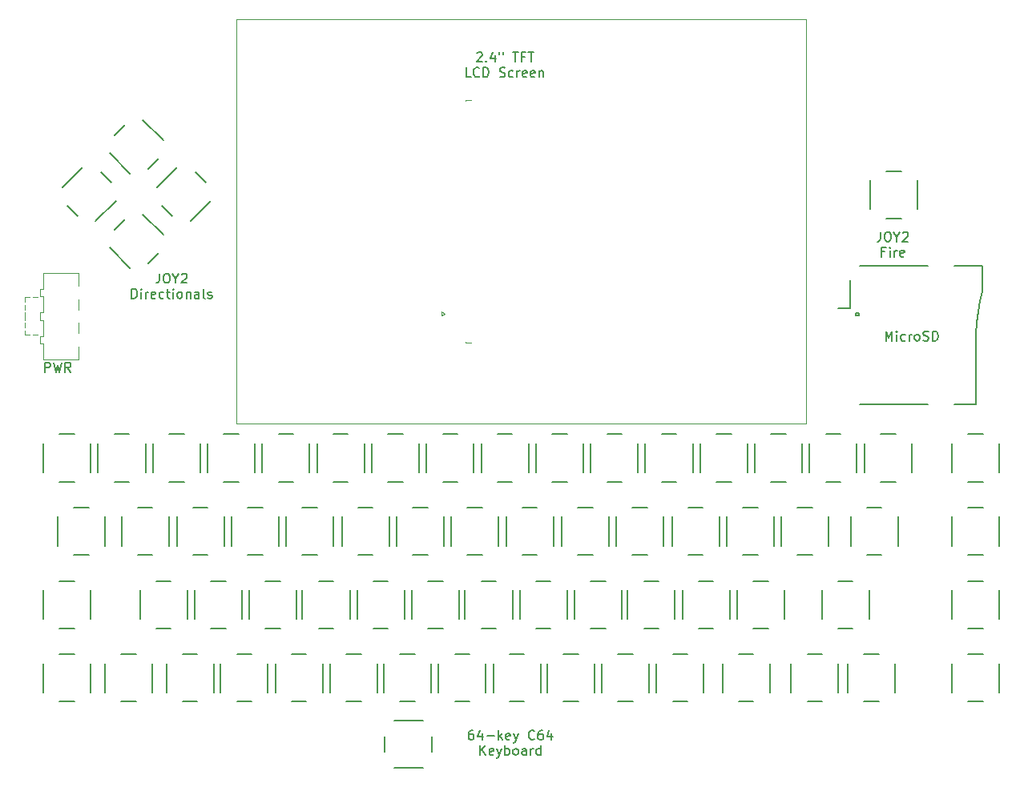
<source format=gbr>
%TF.GenerationSoftware,KiCad,Pcbnew,(6.0.0)*%
%TF.CreationDate,2022-10-15T12:08:06+11:00*%
%TF.ProjectId,c64pico,63363470-6963-46f2-9e6b-696361645f70,rev?*%
%TF.SameCoordinates,Original*%
%TF.FileFunction,Legend,Top*%
%TF.FilePolarity,Positive*%
%FSLAX46Y46*%
G04 Gerber Fmt 4.6, Leading zero omitted, Abs format (unit mm)*
G04 Created by KiCad (PCBNEW (6.0.0)) date 2022-10-15 12:08:06*
%MOMM*%
%LPD*%
G01*
G04 APERTURE LIST*
%ADD10C,0.150000*%
%ADD11C,0.127000*%
%ADD12C,0.120000*%
G04 APERTURE END LIST*
D10*
X124761904Y-94752380D02*
X124761904Y-93752380D01*
X125095238Y-94466666D01*
X125428571Y-93752380D01*
X125428571Y-94752380D01*
X125904761Y-94752380D02*
X125904761Y-94085714D01*
X125904761Y-93752380D02*
X125857142Y-93800000D01*
X125904761Y-93847619D01*
X125952380Y-93800000D01*
X125904761Y-93752380D01*
X125904761Y-93847619D01*
X126809523Y-94704761D02*
X126714285Y-94752380D01*
X126523809Y-94752380D01*
X126428571Y-94704761D01*
X126380952Y-94657142D01*
X126333333Y-94561904D01*
X126333333Y-94276190D01*
X126380952Y-94180952D01*
X126428571Y-94133333D01*
X126523809Y-94085714D01*
X126714285Y-94085714D01*
X126809523Y-94133333D01*
X127238095Y-94752380D02*
X127238095Y-94085714D01*
X127238095Y-94276190D02*
X127285714Y-94180952D01*
X127333333Y-94133333D01*
X127428571Y-94085714D01*
X127523809Y-94085714D01*
X128000000Y-94752380D02*
X127904761Y-94704761D01*
X127857142Y-94657142D01*
X127809523Y-94561904D01*
X127809523Y-94276190D01*
X127857142Y-94180952D01*
X127904761Y-94133333D01*
X128000000Y-94085714D01*
X128142857Y-94085714D01*
X128238095Y-94133333D01*
X128285714Y-94180952D01*
X128333333Y-94276190D01*
X128333333Y-94561904D01*
X128285714Y-94657142D01*
X128238095Y-94704761D01*
X128142857Y-94752380D01*
X128000000Y-94752380D01*
X128714285Y-94704761D02*
X128857142Y-94752380D01*
X129095238Y-94752380D01*
X129190476Y-94704761D01*
X129238095Y-94657142D01*
X129285714Y-94561904D01*
X129285714Y-94466666D01*
X129238095Y-94371428D01*
X129190476Y-94323809D01*
X129095238Y-94276190D01*
X128904761Y-94228571D01*
X128809523Y-94180952D01*
X128761904Y-94133333D01*
X128714285Y-94038095D01*
X128714285Y-93942857D01*
X128761904Y-93847619D01*
X128809523Y-93800000D01*
X128904761Y-93752380D01*
X129142857Y-93752380D01*
X129285714Y-93800000D01*
X129714285Y-94752380D02*
X129714285Y-93752380D01*
X129952380Y-93752380D01*
X130095238Y-93800000D01*
X130190476Y-93895238D01*
X130238095Y-93990476D01*
X130285714Y-94180952D01*
X130285714Y-94323809D01*
X130238095Y-94514285D01*
X130190476Y-94609523D01*
X130095238Y-94704761D01*
X129952380Y-94752380D01*
X129714285Y-94752380D01*
X124214285Y-83247380D02*
X124214285Y-83961666D01*
X124166666Y-84104523D01*
X124071428Y-84199761D01*
X123928571Y-84247380D01*
X123833333Y-84247380D01*
X124880952Y-83247380D02*
X125071428Y-83247380D01*
X125166666Y-83295000D01*
X125261904Y-83390238D01*
X125309523Y-83580714D01*
X125309523Y-83914047D01*
X125261904Y-84104523D01*
X125166666Y-84199761D01*
X125071428Y-84247380D01*
X124880952Y-84247380D01*
X124785714Y-84199761D01*
X124690476Y-84104523D01*
X124642857Y-83914047D01*
X124642857Y-83580714D01*
X124690476Y-83390238D01*
X124785714Y-83295000D01*
X124880952Y-83247380D01*
X125928571Y-83771190D02*
X125928571Y-84247380D01*
X125595238Y-83247380D02*
X125928571Y-83771190D01*
X126261904Y-83247380D01*
X126547619Y-83342619D02*
X126595238Y-83295000D01*
X126690476Y-83247380D01*
X126928571Y-83247380D01*
X127023809Y-83295000D01*
X127071428Y-83342619D01*
X127119047Y-83437857D01*
X127119047Y-83533095D01*
X127071428Y-83675952D01*
X126500000Y-84247380D01*
X127119047Y-84247380D01*
X124666666Y-85333571D02*
X124333333Y-85333571D01*
X124333333Y-85857380D02*
X124333333Y-84857380D01*
X124809523Y-84857380D01*
X125190476Y-85857380D02*
X125190476Y-85190714D01*
X125190476Y-84857380D02*
X125142857Y-84905000D01*
X125190476Y-84952619D01*
X125238095Y-84905000D01*
X125190476Y-84857380D01*
X125190476Y-84952619D01*
X125666666Y-85857380D02*
X125666666Y-85190714D01*
X125666666Y-85381190D02*
X125714285Y-85285952D01*
X125761904Y-85238333D01*
X125857142Y-85190714D01*
X125952380Y-85190714D01*
X126666666Y-85809761D02*
X126571428Y-85857380D01*
X126380952Y-85857380D01*
X126285714Y-85809761D01*
X126238095Y-85714523D01*
X126238095Y-85333571D01*
X126285714Y-85238333D01*
X126380952Y-85190714D01*
X126571428Y-85190714D01*
X126666666Y-85238333D01*
X126714285Y-85333571D01*
X126714285Y-85428809D01*
X126238095Y-85524047D01*
X81547619Y-64342619D02*
X81595238Y-64295000D01*
X81690476Y-64247380D01*
X81928571Y-64247380D01*
X82023809Y-64295000D01*
X82071428Y-64342619D01*
X82119047Y-64437857D01*
X82119047Y-64533095D01*
X82071428Y-64675952D01*
X81500000Y-65247380D01*
X82119047Y-65247380D01*
X82547619Y-65152142D02*
X82595238Y-65199761D01*
X82547619Y-65247380D01*
X82500000Y-65199761D01*
X82547619Y-65152142D01*
X82547619Y-65247380D01*
X83452380Y-64580714D02*
X83452380Y-65247380D01*
X83214285Y-64199761D02*
X82976190Y-64914047D01*
X83595238Y-64914047D01*
X83928571Y-64247380D02*
X83928571Y-64437857D01*
X84309523Y-64247380D02*
X84309523Y-64437857D01*
X85357142Y-64247380D02*
X85928571Y-64247380D01*
X85642857Y-65247380D02*
X85642857Y-64247380D01*
X86595238Y-64723571D02*
X86261904Y-64723571D01*
X86261904Y-65247380D02*
X86261904Y-64247380D01*
X86738095Y-64247380D01*
X86976190Y-64247380D02*
X87547619Y-64247380D01*
X87261904Y-65247380D02*
X87261904Y-64247380D01*
X80904761Y-66857380D02*
X80428571Y-66857380D01*
X80428571Y-65857380D01*
X81809523Y-66762142D02*
X81761904Y-66809761D01*
X81619047Y-66857380D01*
X81523809Y-66857380D01*
X81380952Y-66809761D01*
X81285714Y-66714523D01*
X81238095Y-66619285D01*
X81190476Y-66428809D01*
X81190476Y-66285952D01*
X81238095Y-66095476D01*
X81285714Y-66000238D01*
X81380952Y-65905000D01*
X81523809Y-65857380D01*
X81619047Y-65857380D01*
X81761904Y-65905000D01*
X81809523Y-65952619D01*
X82238095Y-66857380D02*
X82238095Y-65857380D01*
X82476190Y-65857380D01*
X82619047Y-65905000D01*
X82714285Y-66000238D01*
X82761904Y-66095476D01*
X82809523Y-66285952D01*
X82809523Y-66428809D01*
X82761904Y-66619285D01*
X82714285Y-66714523D01*
X82619047Y-66809761D01*
X82476190Y-66857380D01*
X82238095Y-66857380D01*
X83952380Y-66809761D02*
X84095238Y-66857380D01*
X84333333Y-66857380D01*
X84428571Y-66809761D01*
X84476190Y-66762142D01*
X84523809Y-66666904D01*
X84523809Y-66571666D01*
X84476190Y-66476428D01*
X84428571Y-66428809D01*
X84333333Y-66381190D01*
X84142857Y-66333571D01*
X84047619Y-66285952D01*
X84000000Y-66238333D01*
X83952380Y-66143095D01*
X83952380Y-66047857D01*
X84000000Y-65952619D01*
X84047619Y-65905000D01*
X84142857Y-65857380D01*
X84380952Y-65857380D01*
X84523809Y-65905000D01*
X85380952Y-66809761D02*
X85285714Y-66857380D01*
X85095238Y-66857380D01*
X85000000Y-66809761D01*
X84952380Y-66762142D01*
X84904761Y-66666904D01*
X84904761Y-66381190D01*
X84952380Y-66285952D01*
X85000000Y-66238333D01*
X85095238Y-66190714D01*
X85285714Y-66190714D01*
X85380952Y-66238333D01*
X85809523Y-66857380D02*
X85809523Y-66190714D01*
X85809523Y-66381190D02*
X85857142Y-66285952D01*
X85904761Y-66238333D01*
X86000000Y-66190714D01*
X86095238Y-66190714D01*
X86809523Y-66809761D02*
X86714285Y-66857380D01*
X86523809Y-66857380D01*
X86428571Y-66809761D01*
X86380952Y-66714523D01*
X86380952Y-66333571D01*
X86428571Y-66238333D01*
X86523809Y-66190714D01*
X86714285Y-66190714D01*
X86809523Y-66238333D01*
X86857142Y-66333571D01*
X86857142Y-66428809D01*
X86380952Y-66524047D01*
X87666666Y-66809761D02*
X87571428Y-66857380D01*
X87380952Y-66857380D01*
X87285714Y-66809761D01*
X87238095Y-66714523D01*
X87238095Y-66333571D01*
X87285714Y-66238333D01*
X87380952Y-66190714D01*
X87571428Y-66190714D01*
X87666666Y-66238333D01*
X87714285Y-66333571D01*
X87714285Y-66428809D01*
X87238095Y-66524047D01*
X88142857Y-66190714D02*
X88142857Y-66857380D01*
X88142857Y-66285952D02*
X88190476Y-66238333D01*
X88285714Y-66190714D01*
X88428571Y-66190714D01*
X88523809Y-66238333D01*
X88571428Y-66333571D01*
X88571428Y-66857380D01*
X48014285Y-87647380D02*
X48014285Y-88361666D01*
X47966666Y-88504523D01*
X47871428Y-88599761D01*
X47728571Y-88647380D01*
X47633333Y-88647380D01*
X48680952Y-87647380D02*
X48871428Y-87647380D01*
X48966666Y-87695000D01*
X49061904Y-87790238D01*
X49109523Y-87980714D01*
X49109523Y-88314047D01*
X49061904Y-88504523D01*
X48966666Y-88599761D01*
X48871428Y-88647380D01*
X48680952Y-88647380D01*
X48585714Y-88599761D01*
X48490476Y-88504523D01*
X48442857Y-88314047D01*
X48442857Y-87980714D01*
X48490476Y-87790238D01*
X48585714Y-87695000D01*
X48680952Y-87647380D01*
X49728571Y-88171190D02*
X49728571Y-88647380D01*
X49395238Y-87647380D02*
X49728571Y-88171190D01*
X50061904Y-87647380D01*
X50347619Y-87742619D02*
X50395238Y-87695000D01*
X50490476Y-87647380D01*
X50728571Y-87647380D01*
X50823809Y-87695000D01*
X50871428Y-87742619D01*
X50919047Y-87837857D01*
X50919047Y-87933095D01*
X50871428Y-88075952D01*
X50300000Y-88647380D01*
X50919047Y-88647380D01*
X45085714Y-90257380D02*
X45085714Y-89257380D01*
X45323809Y-89257380D01*
X45466666Y-89305000D01*
X45561904Y-89400238D01*
X45609523Y-89495476D01*
X45657142Y-89685952D01*
X45657142Y-89828809D01*
X45609523Y-90019285D01*
X45561904Y-90114523D01*
X45466666Y-90209761D01*
X45323809Y-90257380D01*
X45085714Y-90257380D01*
X46085714Y-90257380D02*
X46085714Y-89590714D01*
X46085714Y-89257380D02*
X46038095Y-89305000D01*
X46085714Y-89352619D01*
X46133333Y-89305000D01*
X46085714Y-89257380D01*
X46085714Y-89352619D01*
X46561904Y-90257380D02*
X46561904Y-89590714D01*
X46561904Y-89781190D02*
X46609523Y-89685952D01*
X46657142Y-89638333D01*
X46752380Y-89590714D01*
X46847619Y-89590714D01*
X47561904Y-90209761D02*
X47466666Y-90257380D01*
X47276190Y-90257380D01*
X47180952Y-90209761D01*
X47133333Y-90114523D01*
X47133333Y-89733571D01*
X47180952Y-89638333D01*
X47276190Y-89590714D01*
X47466666Y-89590714D01*
X47561904Y-89638333D01*
X47609523Y-89733571D01*
X47609523Y-89828809D01*
X47133333Y-89924047D01*
X48466666Y-90209761D02*
X48371428Y-90257380D01*
X48180952Y-90257380D01*
X48085714Y-90209761D01*
X48038095Y-90162142D01*
X47990476Y-90066904D01*
X47990476Y-89781190D01*
X48038095Y-89685952D01*
X48085714Y-89638333D01*
X48180952Y-89590714D01*
X48371428Y-89590714D01*
X48466666Y-89638333D01*
X48752380Y-89590714D02*
X49133333Y-89590714D01*
X48895238Y-89257380D02*
X48895238Y-90114523D01*
X48942857Y-90209761D01*
X49038095Y-90257380D01*
X49133333Y-90257380D01*
X49466666Y-90257380D02*
X49466666Y-89590714D01*
X49466666Y-89257380D02*
X49419047Y-89305000D01*
X49466666Y-89352619D01*
X49514285Y-89305000D01*
X49466666Y-89257380D01*
X49466666Y-89352619D01*
X50085714Y-90257380D02*
X49990476Y-90209761D01*
X49942857Y-90162142D01*
X49895238Y-90066904D01*
X49895238Y-89781190D01*
X49942857Y-89685952D01*
X49990476Y-89638333D01*
X50085714Y-89590714D01*
X50228571Y-89590714D01*
X50323809Y-89638333D01*
X50371428Y-89685952D01*
X50419047Y-89781190D01*
X50419047Y-90066904D01*
X50371428Y-90162142D01*
X50323809Y-90209761D01*
X50228571Y-90257380D01*
X50085714Y-90257380D01*
X50847619Y-89590714D02*
X50847619Y-90257380D01*
X50847619Y-89685952D02*
X50895238Y-89638333D01*
X50990476Y-89590714D01*
X51133333Y-89590714D01*
X51228571Y-89638333D01*
X51276190Y-89733571D01*
X51276190Y-90257380D01*
X52180952Y-90257380D02*
X52180952Y-89733571D01*
X52133333Y-89638333D01*
X52038095Y-89590714D01*
X51847619Y-89590714D01*
X51752380Y-89638333D01*
X52180952Y-90209761D02*
X52085714Y-90257380D01*
X51847619Y-90257380D01*
X51752380Y-90209761D01*
X51704761Y-90114523D01*
X51704761Y-90019285D01*
X51752380Y-89924047D01*
X51847619Y-89876428D01*
X52085714Y-89876428D01*
X52180952Y-89828809D01*
X52800000Y-90257380D02*
X52704761Y-90209761D01*
X52657142Y-90114523D01*
X52657142Y-89257380D01*
X53133333Y-90209761D02*
X53228571Y-90257380D01*
X53419047Y-90257380D01*
X53514285Y-90209761D01*
X53561904Y-90114523D01*
X53561904Y-90066904D01*
X53514285Y-89971666D01*
X53419047Y-89924047D01*
X53276190Y-89924047D01*
X53180952Y-89876428D01*
X53133333Y-89781190D01*
X53133333Y-89733571D01*
X53180952Y-89638333D01*
X53276190Y-89590714D01*
X53419047Y-89590714D01*
X53514285Y-89638333D01*
X81147619Y-135947380D02*
X80957142Y-135947380D01*
X80861904Y-135995000D01*
X80814285Y-136042619D01*
X80719047Y-136185476D01*
X80671428Y-136375952D01*
X80671428Y-136756904D01*
X80719047Y-136852142D01*
X80766666Y-136899761D01*
X80861904Y-136947380D01*
X81052380Y-136947380D01*
X81147619Y-136899761D01*
X81195238Y-136852142D01*
X81242857Y-136756904D01*
X81242857Y-136518809D01*
X81195238Y-136423571D01*
X81147619Y-136375952D01*
X81052380Y-136328333D01*
X80861904Y-136328333D01*
X80766666Y-136375952D01*
X80719047Y-136423571D01*
X80671428Y-136518809D01*
X82100000Y-136280714D02*
X82100000Y-136947380D01*
X81861904Y-135899761D02*
X81623809Y-136614047D01*
X82242857Y-136614047D01*
X82623809Y-136566428D02*
X83385714Y-136566428D01*
X83861904Y-136947380D02*
X83861904Y-135947380D01*
X83957142Y-136566428D02*
X84242857Y-136947380D01*
X84242857Y-136280714D02*
X83861904Y-136661666D01*
X85052380Y-136899761D02*
X84957142Y-136947380D01*
X84766666Y-136947380D01*
X84671428Y-136899761D01*
X84623809Y-136804523D01*
X84623809Y-136423571D01*
X84671428Y-136328333D01*
X84766666Y-136280714D01*
X84957142Y-136280714D01*
X85052380Y-136328333D01*
X85100000Y-136423571D01*
X85100000Y-136518809D01*
X84623809Y-136614047D01*
X85433333Y-136280714D02*
X85671428Y-136947380D01*
X85909523Y-136280714D02*
X85671428Y-136947380D01*
X85576190Y-137185476D01*
X85528571Y-137233095D01*
X85433333Y-137280714D01*
X87623809Y-136852142D02*
X87576190Y-136899761D01*
X87433333Y-136947380D01*
X87338095Y-136947380D01*
X87195238Y-136899761D01*
X87100000Y-136804523D01*
X87052380Y-136709285D01*
X87004761Y-136518809D01*
X87004761Y-136375952D01*
X87052380Y-136185476D01*
X87100000Y-136090238D01*
X87195238Y-135995000D01*
X87338095Y-135947380D01*
X87433333Y-135947380D01*
X87576190Y-135995000D01*
X87623809Y-136042619D01*
X88480952Y-135947380D02*
X88290476Y-135947380D01*
X88195238Y-135995000D01*
X88147619Y-136042619D01*
X88052380Y-136185476D01*
X88004761Y-136375952D01*
X88004761Y-136756904D01*
X88052380Y-136852142D01*
X88100000Y-136899761D01*
X88195238Y-136947380D01*
X88385714Y-136947380D01*
X88480952Y-136899761D01*
X88528571Y-136852142D01*
X88576190Y-136756904D01*
X88576190Y-136518809D01*
X88528571Y-136423571D01*
X88480952Y-136375952D01*
X88385714Y-136328333D01*
X88195238Y-136328333D01*
X88100000Y-136375952D01*
X88052380Y-136423571D01*
X88004761Y-136518809D01*
X89433333Y-136280714D02*
X89433333Y-136947380D01*
X89195238Y-135899761D02*
X88957142Y-136614047D01*
X89576190Y-136614047D01*
X81909523Y-138557380D02*
X81909523Y-137557380D01*
X82480952Y-138557380D02*
X82052380Y-137985952D01*
X82480952Y-137557380D02*
X81909523Y-138128809D01*
X83290476Y-138509761D02*
X83195238Y-138557380D01*
X83004761Y-138557380D01*
X82909523Y-138509761D01*
X82861904Y-138414523D01*
X82861904Y-138033571D01*
X82909523Y-137938333D01*
X83004761Y-137890714D01*
X83195238Y-137890714D01*
X83290476Y-137938333D01*
X83338095Y-138033571D01*
X83338095Y-138128809D01*
X82861904Y-138224047D01*
X83671428Y-137890714D02*
X83909523Y-138557380D01*
X84147619Y-137890714D02*
X83909523Y-138557380D01*
X83814285Y-138795476D01*
X83766666Y-138843095D01*
X83671428Y-138890714D01*
X84528571Y-138557380D02*
X84528571Y-137557380D01*
X84528571Y-137938333D02*
X84623809Y-137890714D01*
X84814285Y-137890714D01*
X84909523Y-137938333D01*
X84957142Y-137985952D01*
X85004761Y-138081190D01*
X85004761Y-138366904D01*
X84957142Y-138462142D01*
X84909523Y-138509761D01*
X84814285Y-138557380D01*
X84623809Y-138557380D01*
X84528571Y-138509761D01*
X85576190Y-138557380D02*
X85480952Y-138509761D01*
X85433333Y-138462142D01*
X85385714Y-138366904D01*
X85385714Y-138081190D01*
X85433333Y-137985952D01*
X85480952Y-137938333D01*
X85576190Y-137890714D01*
X85719047Y-137890714D01*
X85814285Y-137938333D01*
X85861904Y-137985952D01*
X85909523Y-138081190D01*
X85909523Y-138366904D01*
X85861904Y-138462142D01*
X85814285Y-138509761D01*
X85719047Y-138557380D01*
X85576190Y-138557380D01*
X86766666Y-138557380D02*
X86766666Y-138033571D01*
X86719047Y-137938333D01*
X86623809Y-137890714D01*
X86433333Y-137890714D01*
X86338095Y-137938333D01*
X86766666Y-138509761D02*
X86671428Y-138557380D01*
X86433333Y-138557380D01*
X86338095Y-138509761D01*
X86290476Y-138414523D01*
X86290476Y-138319285D01*
X86338095Y-138224047D01*
X86433333Y-138176428D01*
X86671428Y-138176428D01*
X86766666Y-138128809D01*
X87242857Y-138557380D02*
X87242857Y-137890714D01*
X87242857Y-138081190D02*
X87290476Y-137985952D01*
X87338095Y-137938333D01*
X87433333Y-137890714D01*
X87528571Y-137890714D01*
X88290476Y-138557380D02*
X88290476Y-137557380D01*
X88290476Y-138509761D02*
X88195238Y-138557380D01*
X88004761Y-138557380D01*
X87909523Y-138509761D01*
X87861904Y-138462142D01*
X87814285Y-138366904D01*
X87814285Y-138081190D01*
X87861904Y-137985952D01*
X87909523Y-137938333D01*
X88004761Y-137890714D01*
X88195238Y-137890714D01*
X88290476Y-137938333D01*
X35916666Y-98052380D02*
X35916666Y-97052380D01*
X36297619Y-97052380D01*
X36392857Y-97100000D01*
X36440476Y-97147619D01*
X36488095Y-97242857D01*
X36488095Y-97385714D01*
X36440476Y-97480952D01*
X36392857Y-97528571D01*
X36297619Y-97576190D01*
X35916666Y-97576190D01*
X36821428Y-97052380D02*
X37059523Y-98052380D01*
X37250000Y-97338095D01*
X37440476Y-98052380D01*
X37678571Y-97052380D01*
X38630952Y-98052380D02*
X38297619Y-97576190D01*
X38059523Y-98052380D02*
X38059523Y-97052380D01*
X38440476Y-97052380D01*
X38535714Y-97100000D01*
X38583333Y-97147619D01*
X38630952Y-97242857D01*
X38630952Y-97385714D01*
X38583333Y-97480952D01*
X38535714Y-97528571D01*
X38440476Y-97576190D01*
X38059523Y-97576190D01*
D11*
%TO.C,SW61*%
X95300000Y-104650000D02*
X96860000Y-104650000D01*
X93580000Y-108680000D02*
X93580000Y-105620000D01*
X98580000Y-108680000D02*
X98580000Y-105620000D01*
X95300000Y-109650000D02*
X96860000Y-109650000D01*
%TO.C,SW15*%
X107940000Y-116430000D02*
X107940000Y-113370000D01*
X109660000Y-112400000D02*
X111220000Y-112400000D01*
X109660000Y-117400000D02*
X111220000Y-117400000D01*
X112940000Y-116430000D02*
X112940000Y-113370000D01*
%TO.C,SW62*%
X110150001Y-108680000D02*
X110150001Y-105620000D01*
X106870001Y-104650000D02*
X108430001Y-104650000D01*
X105150001Y-108680000D02*
X105150001Y-105620000D01*
X106870001Y-109650000D02*
X108430001Y-109650000D01*
%TO.C,SW67*%
X46793504Y-86536426D02*
X47896590Y-85433340D01*
X44891386Y-87066756D02*
X42727640Y-84903010D01*
X43257970Y-83000892D02*
X44361056Y-81897806D01*
X48426920Y-83531222D02*
X46263174Y-81367476D01*
%TO.C,SW10*%
X51560000Y-117400000D02*
X53120000Y-117400000D01*
X54840000Y-116430000D02*
X54840000Y-113370000D01*
X49840000Y-116430000D02*
X49840000Y-113370000D01*
X51560000Y-112400000D02*
X53120000Y-112400000D01*
%TO.C,SW2*%
X53100000Y-108680000D02*
X53100000Y-105620000D01*
X54820000Y-109650000D02*
X56380000Y-109650000D01*
X54820000Y-104650000D02*
X56380000Y-104650000D01*
X58100000Y-108680000D02*
X58100000Y-105620000D01*
%TO.C,SW37*%
X88280000Y-131930000D02*
X88280000Y-128870000D01*
X85000000Y-127900000D02*
X86560000Y-127900000D01*
X85000000Y-132900000D02*
X86560000Y-132900000D01*
X83280000Y-131930000D02*
X83280000Y-128870000D01*
%TO.C,SW23*%
X103270000Y-124180000D02*
X103270000Y-121120000D01*
X108270000Y-124180000D02*
X108270000Y-121120000D01*
X104990000Y-125150000D02*
X106550000Y-125150000D01*
X104990000Y-120150000D02*
X106550000Y-120150000D01*
%TO.C,SW54*%
X102160000Y-116430000D02*
X102160000Y-113370000D01*
X103880000Y-117400000D02*
X105440000Y-117400000D01*
X107160000Y-116430000D02*
X107160000Y-113370000D01*
X103880000Y-112400000D02*
X105440000Y-112400000D01*
%TO.C,SW26*%
X42250001Y-131930000D02*
X42250001Y-128870000D01*
X47250001Y-131930000D02*
X47250001Y-128870000D01*
X43970001Y-132900000D02*
X45530001Y-132900000D01*
X43970001Y-127900000D02*
X45530001Y-127900000D01*
%TO.C,SW48*%
X133470000Y-117399999D02*
X135030000Y-117399999D01*
X136750000Y-116429999D02*
X136750000Y-113369999D01*
X133470000Y-112399999D02*
X135030000Y-112399999D01*
X131750000Y-116429999D02*
X131750000Y-113369999D01*
%TO.C,SW27*%
X59469999Y-131930000D02*
X59469999Y-128870000D01*
X56189999Y-132900000D02*
X57749999Y-132900000D01*
X56189999Y-127900000D02*
X57749999Y-127900000D01*
X54469999Y-131930000D02*
X54469999Y-128870000D01*
%TO.C,SW65*%
X122770001Y-117400000D02*
X124330001Y-117400000D01*
X122770001Y-112400000D02*
X124330001Y-112400000D01*
X126050001Y-116430000D02*
X126050001Y-113370000D01*
X121050001Y-116430000D02*
X121050001Y-113370000D01*
%TO.C,SW44*%
X74680000Y-124180000D02*
X74680000Y-121120000D01*
X76400000Y-125150000D02*
X77960000Y-125150000D01*
X76400000Y-120150000D02*
X77960000Y-120150000D01*
X79680000Y-124180000D02*
X79680000Y-121120000D01*
%TO.C,SW63*%
X118430000Y-104650000D02*
X119990000Y-104650000D01*
X118430000Y-109650000D02*
X119990000Y-109650000D01*
X121710000Y-108680000D02*
X121710000Y-105620000D01*
X116710000Y-108680000D02*
X116710000Y-105620000D01*
%TO.C,SW69*%
X48267902Y-80466224D02*
X49370988Y-81569310D01*
X51273106Y-82099640D02*
X53436852Y-79935894D01*
X47737572Y-78564106D02*
X49901318Y-76400360D01*
X51803436Y-76930690D02*
X52906522Y-78033776D01*
%TO.C,SW3*%
X66380000Y-104650000D02*
X67940000Y-104650000D01*
X64660000Y-108680000D02*
X64660000Y-105620000D01*
X69660000Y-108680000D02*
X69660000Y-105620000D01*
X66380000Y-109650000D02*
X67940000Y-109650000D01*
%TO.C,SW52*%
X83840000Y-116430000D02*
X83840000Y-113370000D01*
X80560000Y-117400000D02*
X82120000Y-117400000D01*
X78840000Y-116430000D02*
X78840000Y-113370000D01*
X80560000Y-112400000D02*
X82120000Y-112400000D01*
%TO.C,SW53*%
X92220000Y-112400000D02*
X93780000Y-112400000D01*
X92220000Y-117400000D02*
X93780000Y-117400000D01*
X95500000Y-116430000D02*
X95500000Y-113370000D01*
X90500000Y-116430000D02*
X90500000Y-113370000D01*
%TO.C,SW5*%
X89520000Y-104650000D02*
X91080000Y-104650000D01*
X92800000Y-108680000D02*
X92800000Y-105620000D01*
X87800000Y-108680000D02*
X87800000Y-105620000D01*
X89520000Y-109650000D02*
X91080000Y-109650000D01*
%TO.C,SW51*%
X67280000Y-116430000D02*
X67280000Y-113370000D01*
X69000000Y-112400000D02*
X70560000Y-112400000D01*
X72280000Y-116430000D02*
X72280000Y-113370000D01*
X69000000Y-117400000D02*
X70560000Y-117400000D01*
%TO.C,SW58*%
X60600000Y-104650000D02*
X62160000Y-104650000D01*
X58880000Y-108680000D02*
X58880000Y-105620000D01*
X63880000Y-108680000D02*
X63880000Y-105620000D01*
X60600000Y-109650000D02*
X62160000Y-109650000D01*
%TO.C,SW25*%
X35750000Y-124180000D02*
X35750000Y-121120000D01*
X40750000Y-124180000D02*
X40750000Y-121120000D01*
X37470000Y-125150000D02*
X39030000Y-125150000D01*
X37470000Y-120150000D02*
X39030000Y-120150000D01*
%TO.C,SW47*%
X109050000Y-124180000D02*
X109050000Y-121120000D01*
X114050000Y-124180000D02*
X114050000Y-121120000D01*
X110770000Y-120150000D02*
X112330000Y-120150000D01*
X110770000Y-125150000D02*
X112330000Y-125150000D01*
%TO.C,SW49*%
X43999999Y-116430000D02*
X43999999Y-113370000D01*
X45719999Y-112400000D02*
X47279999Y-112400000D01*
X45719999Y-117400000D02*
X47279999Y-117400000D01*
X48999999Y-116430000D02*
X48999999Y-113370000D01*
%TO.C,SW55*%
X118720000Y-116430000D02*
X118720000Y-113370000D01*
X113720000Y-116430000D02*
X113720000Y-113370000D01*
X115440000Y-112400000D02*
X117000000Y-112400000D01*
X115440000Y-117400000D02*
X117000000Y-117400000D01*
%TO.C,SW12*%
X78060000Y-116429999D02*
X78060000Y-113369999D01*
X74780000Y-112399999D02*
X76340000Y-112399999D01*
X73060000Y-116429999D02*
X73060000Y-113369999D01*
X74780000Y-117399999D02*
X76340000Y-117399999D01*
%TO.C,SW46*%
X99210000Y-120150000D02*
X100770000Y-120150000D01*
X97490000Y-124180000D02*
X97490000Y-121120000D01*
X102490000Y-124180000D02*
X102490000Y-121120000D01*
X99210000Y-125150000D02*
X100770000Y-125150000D01*
D12*
%TO.C,J5*%
X78176800Y-91875009D02*
X77776800Y-91675009D01*
X80366800Y-94950009D02*
X80966800Y-94950009D01*
X80366800Y-69300009D02*
X80966800Y-69300009D01*
X77776800Y-91675009D02*
X77776800Y-92075009D01*
X80366800Y-69410009D02*
X80366800Y-69300009D01*
X77776800Y-92075009D02*
X78176800Y-91875009D01*
X80366800Y-94840009D02*
X80366800Y-94950009D01*
X116351800Y-103500009D02*
X56101800Y-103500009D01*
X56101800Y-103500009D02*
X56101800Y-60750009D01*
X56101800Y-60750009D02*
X116351800Y-60750009D01*
X116351800Y-60750009D02*
X116351800Y-103500009D01*
D11*
%TO.C,SW39*%
X109220000Y-132900000D02*
X110780000Y-132900000D01*
X109220000Y-127900000D02*
X110780000Y-127900000D01*
X112500000Y-131930000D02*
X112500000Y-128870000D01*
X107500000Y-131930000D02*
X107500000Y-128870000D01*
%TO.C,SW70*%
X128100000Y-80830000D02*
X128100000Y-77770000D01*
X124820000Y-81800000D02*
X126380000Y-81800000D01*
X123100000Y-80830000D02*
X123100000Y-77770000D01*
X124820000Y-76800000D02*
X126380000Y-76800000D01*
%TO.C,SW13*%
X84645001Y-116430000D02*
X84645001Y-113370000D01*
X89645001Y-116430000D02*
X89645001Y-113370000D01*
X86365001Y-117400000D02*
X87925001Y-117400000D01*
X86365001Y-112400000D02*
X87925001Y-112400000D01*
D10*
%TO.C,J6*%
X121999998Y-86800000D02*
X129199998Y-86800000D01*
X121899998Y-92100000D02*
X121899998Y-91800000D01*
X129199998Y-101500000D02*
X121999998Y-101500000D01*
X120999998Y-91350000D02*
X120999998Y-88350000D01*
X134999998Y-86800000D02*
X131999998Y-86800000D01*
X121899998Y-91800000D02*
X121599998Y-91800000D01*
X134699998Y-90550000D02*
X134999998Y-89500000D01*
X120999998Y-91350000D02*
X119699998Y-91350000D01*
X134349998Y-92800000D02*
X134499998Y-91650000D01*
X134999998Y-89500000D02*
X134999998Y-86800000D01*
X121599998Y-92100000D02*
X121899998Y-92100000D01*
X134299998Y-94150000D02*
X134349998Y-92800000D01*
X121599998Y-91800000D02*
X121599998Y-92100000D01*
X134299998Y-101500000D02*
X134299998Y-94150000D01*
X131999998Y-101500000D02*
X134299998Y-101500000D01*
X134499998Y-91650000D02*
X134699998Y-90550000D01*
D11*
%TO.C,SW6*%
X104360000Y-108680000D02*
X104360000Y-105620000D01*
X101080000Y-104650000D02*
X102640000Y-104650000D01*
X99360000Y-108680000D02*
X99360000Y-105620000D01*
X101080000Y-109650000D02*
X102640000Y-109650000D01*
%TO.C,SW16*%
X118000000Y-124180000D02*
X118000000Y-121120000D01*
X119720000Y-120150000D02*
X121280000Y-120150000D01*
X119720000Y-125150000D02*
X121280000Y-125150000D01*
X123000000Y-124180000D02*
X123000000Y-121120000D01*
%TO.C,SW60*%
X87010000Y-108680000D02*
X87010000Y-105620000D01*
X83730000Y-104650000D02*
X85290000Y-104650000D01*
X82010000Y-108680000D02*
X82010000Y-105620000D01*
X83730000Y-109650000D02*
X85290000Y-109650000D01*
%TO.C,SW28*%
X66030000Y-131930000D02*
X66030000Y-128870000D01*
X71030000Y-131930000D02*
X71030000Y-128870000D01*
X67750000Y-127900000D02*
X69310000Y-127900000D01*
X67750000Y-132900000D02*
X69310000Y-132900000D01*
%TO.C,SW40*%
X133470000Y-109650000D02*
X135030000Y-109650000D01*
X131750000Y-108680000D02*
X131750000Y-105620000D01*
X133470000Y-104650000D02*
X135030000Y-104650000D01*
X136750000Y-108680000D02*
X136750000Y-105620000D01*
%TO.C,SW32*%
X116470000Y-127900000D02*
X118030000Y-127900000D01*
X119750000Y-131930000D02*
X119750000Y-128870000D01*
X114750000Y-131930000D02*
X114750000Y-128870000D01*
X116470000Y-132900000D02*
X118030000Y-132900000D01*
%TO.C,SW34*%
X53750000Y-131930000D02*
X53750000Y-128870000D01*
X48750000Y-131930000D02*
X48750000Y-128870000D01*
X50470000Y-127900000D02*
X52030000Y-127900000D01*
X50470000Y-132900000D02*
X52030000Y-132900000D01*
%TO.C,SW29*%
X79220001Y-127900000D02*
X80780001Y-127900000D01*
X79220001Y-132900000D02*
X80780001Y-132900000D01*
X77500001Y-131930000D02*
X77500001Y-128870000D01*
X82500001Y-131930000D02*
X82500001Y-128870000D01*
%TO.C,SW66*%
X46793504Y-76560375D02*
X47896590Y-75457289D01*
X43257970Y-73024841D02*
X44361056Y-71921755D01*
X48426920Y-73555171D02*
X46263174Y-71391425D01*
X44891386Y-77090705D02*
X42727640Y-74926959D01*
D12*
%TO.C,SW71*%
X35400000Y-94250000D02*
X35700000Y-94250000D01*
X34600000Y-90150000D02*
X35100000Y-90150000D01*
X39500000Y-87550000D02*
X39500000Y-88950000D01*
X35100000Y-94150000D02*
X35100000Y-94150000D01*
X35700000Y-89250000D02*
X35700000Y-87550000D01*
X39500000Y-93950000D02*
X39500000Y-92850000D01*
X39500000Y-91450000D02*
X39500000Y-90350000D01*
X35700000Y-91750000D02*
X35700000Y-90050000D01*
X39500000Y-95350000D02*
X39500000Y-96750000D01*
X35400000Y-91750000D02*
X35700000Y-91750000D01*
X35700000Y-94250000D02*
X35700000Y-92550000D01*
X35400000Y-90050000D02*
X35400000Y-89250000D01*
X33800000Y-94150000D02*
X33800000Y-93650000D01*
X35700000Y-96750000D02*
X35700000Y-95050000D01*
X39500000Y-90350000D02*
X39500000Y-90350000D01*
X35700000Y-87550000D02*
X35700000Y-87550000D01*
X34300000Y-94150000D02*
X34300000Y-94150000D01*
X35400000Y-92550000D02*
X35400000Y-91750000D01*
X33800000Y-92550000D02*
X33800000Y-91750000D01*
X35400000Y-95050000D02*
X35400000Y-94250000D01*
X33800000Y-92850000D02*
X33800000Y-92850000D01*
X33800000Y-93650000D02*
X33800000Y-93650000D01*
X39500000Y-96750000D02*
X35700000Y-96750000D01*
X35100000Y-90150000D02*
X35100000Y-90150000D01*
X33800000Y-90150000D02*
X33800000Y-90650000D01*
X33800000Y-91450000D02*
X33800000Y-91450000D01*
X33800000Y-91750000D02*
X33800000Y-91750000D01*
X34300000Y-90150000D02*
X34300000Y-90150000D01*
X35700000Y-87550000D02*
X39500000Y-87550000D01*
X35700000Y-90050000D02*
X35400000Y-90050000D01*
X34600000Y-94150000D02*
X35100000Y-94150000D01*
X33800000Y-94150000D02*
X34300000Y-94150000D01*
X35700000Y-92550000D02*
X35400000Y-92550000D01*
X33800000Y-90650000D02*
X33800000Y-90650000D01*
X35400000Y-89250000D02*
X35700000Y-89250000D01*
X39500000Y-92850000D02*
X39500000Y-92850000D01*
X33800000Y-90150000D02*
X34300000Y-90150000D01*
X35700000Y-95050000D02*
X35400000Y-95050000D01*
X33800000Y-90950000D02*
X33800000Y-91450000D01*
X33800000Y-93350000D02*
X33800000Y-92850000D01*
D11*
%TO.C,SW59*%
X75450000Y-108680000D02*
X75450000Y-105620000D01*
X70450000Y-108680000D02*
X70450000Y-105620000D01*
X72170000Y-104650000D02*
X73730000Y-104650000D01*
X72170000Y-109650000D02*
X73730000Y-109650000D01*
%TO.C,SW11*%
X66399999Y-116430000D02*
X66399999Y-113370000D01*
X63119999Y-112400000D02*
X64679999Y-112400000D01*
X63119999Y-117400000D02*
X64679999Y-117400000D01*
X61399999Y-116430000D02*
X61399999Y-113370000D01*
%TO.C,SW7*%
X112650000Y-104650000D02*
X114210000Y-104650000D01*
X112650000Y-109650000D02*
X114210000Y-109650000D01*
X110930000Y-108680000D02*
X110930000Y-105620000D01*
X115930000Y-108680000D02*
X115930000Y-105620000D01*
%TO.C,SW50*%
X55620000Y-116430000D02*
X55620000Y-113370000D01*
X57340000Y-117400000D02*
X58900000Y-117400000D01*
X60620000Y-116430000D02*
X60620000Y-113370000D01*
X57340000Y-112400000D02*
X58900000Y-112400000D01*
%TO.C,SW9*%
X40750000Y-108680000D02*
X40750000Y-105620000D01*
X35750000Y-108680000D02*
X35750000Y-105620000D01*
X37470000Y-109650000D02*
X39030000Y-109650000D01*
X37470000Y-104650000D02*
X39030000Y-104650000D01*
%TO.C,SW31*%
X102250000Y-127900000D02*
X103810000Y-127900000D01*
X100530000Y-131930000D02*
X100530000Y-128870000D01*
X105530000Y-131930000D02*
X105530000Y-128870000D01*
X102250000Y-132900000D02*
X103810000Y-132900000D01*
%TO.C,SW30*%
X88969999Y-131930000D02*
X88969999Y-128870000D01*
X93969999Y-131930000D02*
X93969999Y-128870000D01*
X90689999Y-132900000D02*
X92249999Y-132900000D01*
X90689999Y-127900000D02*
X92249999Y-127900000D01*
%TO.C,SW1*%
X43250000Y-109650000D02*
X44810000Y-109650000D01*
X41530000Y-108680000D02*
X41530000Y-105620000D01*
X43250000Y-104650000D02*
X44810000Y-104650000D01*
X46530000Y-108680000D02*
X46530000Y-105620000D01*
%TO.C,SW38*%
X99750001Y-131930000D02*
X99750001Y-128870000D01*
X94750001Y-131930000D02*
X94750001Y-128870000D01*
X96470001Y-132900000D02*
X98030001Y-132900000D01*
X96470001Y-127900000D02*
X98030001Y-127900000D01*
%TO.C,SW8*%
X124220000Y-104650000D02*
X125780000Y-104650000D01*
X122500000Y-108680000D02*
X122500000Y-105620000D01*
X124220000Y-109650000D02*
X125780000Y-109650000D01*
X127500000Y-108680000D02*
X127500000Y-105620000D01*
%TO.C,SW56*%
X133470000Y-120150000D02*
X135030000Y-120150000D01*
X136750000Y-124180000D02*
X136750000Y-121120000D01*
X131750000Y-124180000D02*
X131750000Y-121120000D01*
X133470000Y-125150000D02*
X135030000Y-125150000D01*
%TO.C,SW35*%
X61970001Y-132900000D02*
X63530001Y-132900000D01*
X61970001Y-127900000D02*
X63530001Y-127900000D01*
X65250001Y-131930000D02*
X65250001Y-128870000D01*
X60250001Y-131930000D02*
X60250001Y-128870000D01*
%TO.C,SW45*%
X87809999Y-125150000D02*
X89369999Y-125150000D01*
X87809999Y-120150000D02*
X89369999Y-120150000D01*
X86089999Y-124180000D02*
X86089999Y-121120000D01*
X91089999Y-124180000D02*
X91089999Y-121120000D01*
%TO.C,SW22*%
X91870001Y-124180000D02*
X91870001Y-121120000D01*
X93590001Y-125150000D02*
X95150001Y-125150000D01*
X93590001Y-120150000D02*
X95150001Y-120150000D01*
X96870001Y-124180000D02*
X96870001Y-121120000D01*
%TO.C,SW18*%
X45940000Y-124180000D02*
X45940000Y-121120000D01*
X47660000Y-120150000D02*
X49220000Y-120150000D01*
X47660000Y-125150000D02*
X49220000Y-125150000D01*
X50940000Y-124180000D02*
X50940000Y-121120000D01*
%TO.C,SW68*%
X39373118Y-81569310D02*
X38270032Y-80466224D01*
X43438982Y-79935894D02*
X41275236Y-82099640D01*
X42908652Y-78033776D02*
X41805566Y-76930690D01*
X39903448Y-76400360D02*
X37739702Y-78564106D01*
%TO.C,SW20*%
X68900000Y-124180000D02*
X68900000Y-121120000D01*
X70620000Y-125150000D02*
X72180000Y-125150000D01*
X73900000Y-124180000D02*
X73900000Y-121120000D01*
X70620000Y-120150000D02*
X72180000Y-120150000D01*
%TO.C,SW64*%
X133470000Y-132900001D02*
X135030000Y-132900001D01*
X133470000Y-127900001D02*
X135030000Y-127900001D01*
X131750000Y-131930001D02*
X131750000Y-128870001D01*
X136750000Y-131930001D02*
X136750000Y-128870001D01*
%TO.C,SW14*%
X98000000Y-112400000D02*
X99560000Y-112400000D01*
X96280000Y-116430000D02*
X96280000Y-113370000D01*
X101280000Y-116430000D02*
X101280000Y-113370000D01*
X98000000Y-117400000D02*
X99560000Y-117400000D01*
%TO.C,SW36*%
X73439999Y-127900000D02*
X74999999Y-127900000D01*
X73439999Y-132900000D02*
X74999999Y-132900000D01*
X76719999Y-131930000D02*
X76719999Y-128870000D01*
X71719999Y-131930000D02*
X71719999Y-128870000D01*
%TO.C,SW33*%
X75860000Y-139900000D02*
X72800000Y-139900000D01*
X76830000Y-138180000D02*
X76830000Y-136620000D01*
X71830000Y-138180000D02*
X71830000Y-136620000D01*
X75860000Y-134900000D02*
X72800000Y-134900000D01*
%TO.C,SW41*%
X40750000Y-131930001D02*
X40750000Y-128870001D01*
X37470000Y-132900001D02*
X39030000Y-132900001D01*
X35750000Y-131930001D02*
X35750000Y-128870001D01*
X37470000Y-127900001D02*
X39030000Y-127900001D01*
%TO.C,SW4*%
X76230000Y-108679999D02*
X76230000Y-105619999D01*
X81230000Y-108679999D02*
X81230000Y-105619999D01*
X77950000Y-104649999D02*
X79510000Y-104649999D01*
X77950000Y-109649999D02*
X79510000Y-109649999D01*
%TO.C,SW42*%
X53440000Y-120150000D02*
X55000000Y-120150000D01*
X51720000Y-124180000D02*
X51720000Y-121120000D01*
X53440000Y-125150000D02*
X55000000Y-125150000D01*
X56720000Y-124180000D02*
X56720000Y-121120000D01*
%TO.C,SW19*%
X57499999Y-124180000D02*
X57499999Y-121120000D01*
X59219999Y-120150000D02*
X60779999Y-120150000D01*
X59219999Y-125150000D02*
X60779999Y-125150000D01*
X62499999Y-124180000D02*
X62499999Y-121120000D01*
%TO.C,SW17*%
X38970000Y-112400000D02*
X40530000Y-112400000D01*
X38970000Y-117400000D02*
X40530000Y-117400000D01*
X37250000Y-116430000D02*
X37250000Y-113370000D01*
X42250000Y-116430000D02*
X42250000Y-113370000D01*
%TO.C,SW43*%
X63120001Y-124180000D02*
X63120001Y-121120000D01*
X64840001Y-120150000D02*
X66400001Y-120150000D01*
X64840001Y-125150000D02*
X66400001Y-125150000D01*
X68120001Y-124180000D02*
X68120001Y-121120000D01*
%TO.C,SW21*%
X82030000Y-120150000D02*
X83590000Y-120150000D01*
X80310000Y-124180000D02*
X80310000Y-121120000D01*
X82030000Y-125150000D02*
X83590000Y-125150000D01*
X85310000Y-124180000D02*
X85310000Y-121120000D01*
%TO.C,SW57*%
X49040000Y-104649999D02*
X50600000Y-104649999D01*
X49040000Y-109649999D02*
X50600000Y-109649999D01*
X47320000Y-108679999D02*
X47320000Y-105619999D01*
X52320000Y-108679999D02*
X52320000Y-105619999D01*
%TO.C,SW24*%
X122470000Y-132900000D02*
X124030000Y-132900000D01*
X120750000Y-131930000D02*
X120750000Y-128870000D01*
X125750000Y-131930000D02*
X125750000Y-128870000D01*
X122470000Y-127900000D02*
X124030000Y-127900000D01*
%TD*%
M02*

</source>
